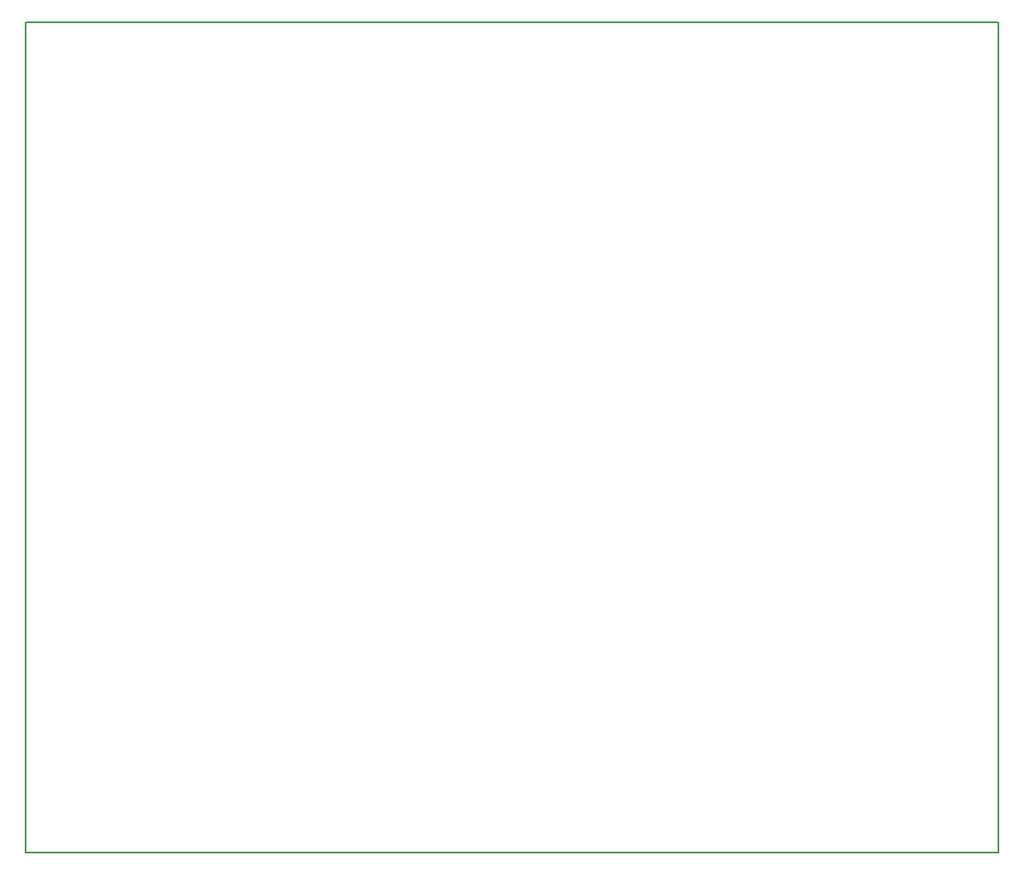
<source format=gko>
G04 #@! TF.GenerationSoftware,KiCad,Pcbnew,(5.0.0)*
G04 #@! TF.CreationDate,2019-04-02T12:05:11-04:00*
G04 #@! TF.ProjectId,motor-controller-hw,6D6F746F722D636F6E74726F6C6C6572,rev?*
G04 #@! TF.SameCoordinates,Original*
G04 #@! TF.FileFunction,Profile,NP*
%FSLAX46Y46*%
G04 Gerber Fmt 4.6, Leading zero omitted, Abs format (unit mm)*
G04 Created by KiCad (PCBNEW (5.0.0)) date 04/02/19 12:05:11*
%MOMM*%
%LPD*%
G01*
G04 APERTURE LIST*
%ADD10C,0.200000*%
G04 APERTURE END LIST*
D10*
X42545000Y-135255000D02*
X42545000Y-50165000D01*
X142240000Y-135255000D02*
X42545000Y-135255000D01*
X142240000Y-50165000D02*
X142240000Y-135255000D01*
X42545000Y-50165000D02*
X142240000Y-50165000D01*
M02*

</source>
